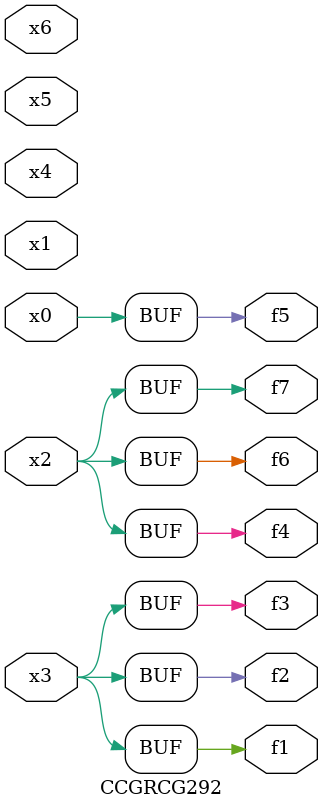
<source format=v>
module CCGRCG292(
	input x0, x1, x2, x3, x4, x5, x6,
	output f1, f2, f3, f4, f5, f6, f7
);
	assign f1 = x3;
	assign f2 = x3;
	assign f3 = x3;
	assign f4 = x2;
	assign f5 = x0;
	assign f6 = x2;
	assign f7 = x2;
endmodule

</source>
